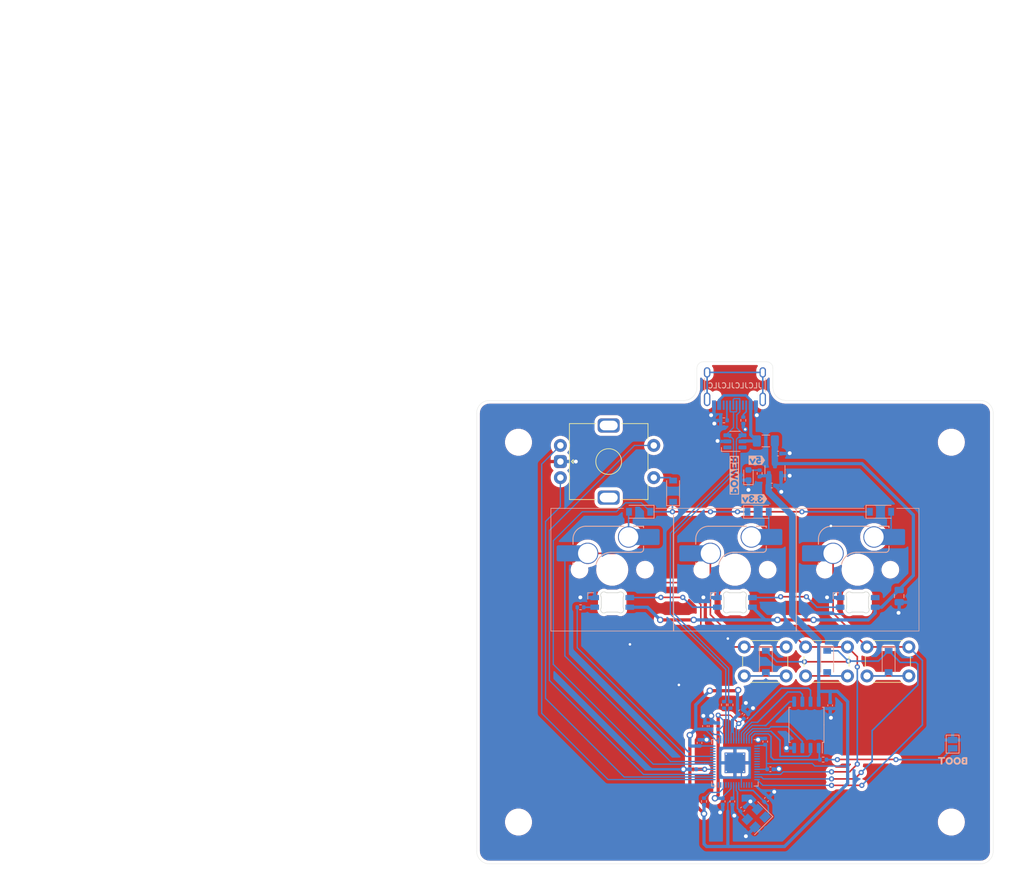
<source format=kicad_pcb>
(kicad_pcb (version 20211014) (generator pcbnew)
  (layers (0 "F.Cu" signal "Front") (31 "B.Cu" signal "Back") (34 "B.Paste" user) (35 "F.Paste" user) (36 "B.SilkS" user "B.Silkscreen") (37 "F.SilkS" user "F.Silkscreen") (38 "B.Mask" user) (39 "F.Mask" user) (44 "Edge.Cuts" user))
  (net 0 "")
  (net 1 "GND")
  (net 2 "/MCU_XIN")
  (net 3 "/MCU_XOUT")
  (net 4 "+1V1")
  (net 5 "+3V3")
  (net 6 "+5V")
  (net 7 "/PWR_LED_A")
  (net 8 "/ROW0")
  (net 9 "Net-(D2-Pad2)")
  (net 10 "/ROW1")
  (net 11 "Net-(D6-Pad2)")
  (net 12 "Net-(D7-Pad2)")
  (net 13 "Net-(D9-Pad2)")
  (net 14 "Net-(D11-Pad2)")
  (net 15 "VBUS")
  (net 16 "/USB_CC1")
  (net 17 "/DBUS+")
  (net 18 "/DBUS-")
  (net 20 "/USB_CC2")
  (net 22 "unconnected-(J1-PadS1)")
  (net 23 "/~{BOOTSEL}")
  (net 24 "/~{RESET}")
  (net 25 "/D_+")
  (net 26 "/D_-")
  (net 27 "/QSPI_CS")
  (net 28 "/COL0")
  (net 29 "/COL1")
  (net 30 "/COL2")
  (net 31 "/ROTA")
  (net 32 "/ROTB")
  (net 33 "/COL3")
  (net 48 "/QSPI_SD3")
  (net 49 "/QSPI_SCLK")
  (net 50 "/QSPI_SD0")
  (net 51 "/QSPI_SD2")
  (net 52 "/QSPI_SD1")
  (net 53 "/1_TO_2")
  (net 54 "/R_TO_1")
  (net 55 "/2_TO_3")
  (net 57 "/RGB_UNDERGLOW")
  (net 58 "Net-(D3-Pad2)")
  (net 59 "Net-(D10-Pad2)")
  (footprint "MountingHole:MountingHole_3.2mm_M3" (layer "F.Cu") (at 80.5 68.4)
    (fp_text reference "REF**" hide)
    (fp_text value "MountingHole_3.2mm_M3")
  )
  (footprint "marbastlib-various:ROT_Alps_EC11E-Switch" (layer "F.Cu") (at 94.5 71.4 -90)
    (fp_text reference "SW7" hide)
    (fp_text value "EC11E15244G1")
  )
  (footprint "Button_Switch_THT:SW_PUSH_6mm_H8mm" (layer "F.Cu") (at 134.6 100.2)
    (fp_text reference "SW6" hide)
    (fp_text value "TAC3")
  )
  (footprint "MountingHole:MountingHole_3.2mm_M3" (layer "F.Cu") (at 147.7 68.4)
    (fp_text reference "REF**" hide)
    (fp_text value "MountingHole_3.2mm_M3")
  )
  (footprint "MountingHole:MountingHole_3.2mm_M3" (layer "F.Cu") (at 80.5 127.4 90)
    (fp_text reference "REF**" hide)
    (fp_text value "MountingHole_3.2mm_M3")
  )
  (footprint "MountingHole:MountingHole_3.2mm_M3" (layer "F.Cu") (at 147.7 127.4)
    (fp_text reference "REF**" hide)
    (fp_text value "MountingHole_3.2mm_M3")
  )
  (footprint "Button_Switch_THT:SW_PUSH_6mm_H8mm" (layer "F.Cu") (at 115.55 100.2)
    (fp_text reference "SW2" hide)
    (fp_text value "TAC1")
  )
  (footprint "Button_Switch_THT:SW_PUSH_6mm_H8mm" (layer "F.Cu") (at 125.075 100.2)
    (fp_text reference "SW4" hide)
    (fp_text value "TAC2")
  )
  (footprint "marbastlib-mx:LED_MX_6028R-FLIPPED" (layer "B.Cu") (at 114.1 93.28 180)
    (fp_text reference "LED2" hide)
    (fp_text value "SK6812MINI-E" hide)
    (fp_line (start -1.699999 0.702841) (end -1.699999 -0.702843) (layer "Edge.Cuts") (width 0.1))
    (fp_line (start -0.794452 -1.5) (end 0.794453 -1.5) (layer "Edge.Cuts") (width 0.1))
    (fp_line (start 0.794452 1.499999) (end -0.794452 1.499999) (layer "Edge.Cuts") (width 0.1))
    (fp_line (start 1.699999 -0.702843) (end 1.699999 0.702841) (layer "Edge.Cuts") (width 0.1))
    (fp_arc (start 0.794452 1.499999) (mid 0.925123 1.517376) (end 1.046711 1.568298) (layer "Edge.Cuts") (width 0.1))
    (fp_arc (start -1.749484 -0.919721) (mid -1.712527 -0.814069) (end -1.699999 -0.702843) (layer "Edge.Cuts") (width 0.1))
    (fp_arc (start -1.04671 1.568298) (mid -0.925122 1.517376) (end -0.794452 1.499999) (layer "Edge.Cuts") (width 0.1))
    (fp_arc (start 1.699999 -0.702844) (mid 1.712538 -0.814067) (end 1.749484 -0.919721) (layer "Edge.Cuts") (width 0.1))
    (fp_arc (start -1.699999 0.702842) (mid -1.712527 0.814067) (end -1.749484 0.919719) (layer "Edge.Cuts") (width 0.1))
    (fp_arc (start 1.749484 0.919718) (mid 1.638073 1.504037) (end 1.046711 1.568298) (layer "Edge.Cuts") (width 0.1))
    (fp_arc (start 1.749484 0.919719) (mid 1.712541 0.814065) (end 1.699999 0.702841) (layer "Edge.Cuts") (width 0.1))
    (fp_arc (start -0.794453 -1.500001) (mid -0.925123 -1.517378) (end -1.046711 -1.5683) (layer "Edge.Cuts") (width 0.1))
    (fp_arc (start 1.046711 -1.568299) (mid 1.638071 -1.504036) (end 1.749484 -0.919721) (layer "Edge.Cuts") (width 0.1))
    (fp_arc (start 1.046711 -1.568299) (mid 0.925123 -1.517377) (end 0.794453 -1.5) (layer "Edge.Cuts") (width 0.1))
    (fp_arc (start -1.749484 -0.919721) (mid -1.638071 -1.504036) (end -1.046711 -1.5683) (layer "Edge.Cuts") (width 0.1))
    (fp_arc (start -1.046711 1.568296) (mid -1.63807 1.504033) (end -1.749484 0.919719) (layer "Edge.Cuts") (width 0.1))
  )
  (footprint "kibuzzard-638A2CDC" (layer "B.Cu") (at 147.9 117.9 180)
    (fp_text reference "kibuzzard-638A2CDC" hide)
    (fp_text value "G***" hide)
  )
  (footprint "Package_TO_SOT_SMD:SOT-23" (layer "B.Cu") (at 120.3125 72.6625 90)
    (fp_text reference "U2" hide)
    (fp_text value "XC6206")
  )
  (footprint "Diode_SMD:D_SOD-123" (layer "B.Cu") (at 136.7 79.2)
    (fp_text reference "D9" hide)
    (fp_text value "D_Small")
  )
  (footprint "Capacitor_SMD:C_0402_1005Metric" (layer "B.Cu") (at 113.706 124.2 -90)
    (fp_text reference "C15" hide)
    (fp_text value "100n")
  )
  (footprint "Resistor_SMD:R_0402_1005Metric" (layer "B.Cu") (at 90.125 94.0375)
    (fp_text reference "R8" hide)
    (fp_text value "1k")
  )
  (footprint "kibuzzard-638A2C3F" (layer "B.Cu") (at 117.1 77.2 180)
    (fp_text reference "kibuzzard-638A2C3F" hide)
    (fp_text value "G***" hide)
  )
  (footprint "Connector_USB:USB_C_Receptacle_HRO_TYPE-C-31-M-12" (layer "B.Cu") (at 114.1 58.6)
    (fp_text reference "J1" hide)
    (fp_text value "USB C")
  )
  (footprint "marbastlib-mx:LED_MX_6028R-FLIPPED" (layer "B.Cu") (at 133.15 93.28 180)
    (fp_text reference "LED3" hide)
    (fp_text value "SK6812MINI-E" hide)
    (fp_line (start -1.699999 0.702841) (end -1.699999 -0.702843) (layer "Edge.Cuts") (width 0.1))
    (fp_line (start -0.794452 -1.5) (end 0.794453 -1.5) (layer "Edge.Cuts") (width 0.1))
    (fp_line (start 0.794452 1.499999) (end -0.794452 1.499999) (layer "Edge.Cuts") (width 0.1))
    (fp_line (start 1.699999 -0.702843) (end 1.699999 0.702841) (layer "Edge.Cuts") (width 0.1))
    (fp_arc (start 1.749484 0.919718) (mid 1.638073 1.504037) (end 1.046711 1.568298) (layer "Edge.Cuts") (width 0.1))
    (fp_arc (start 1.699999 -0.702844) (mid 1.712538 -0.814067) (end 1.749484 -0.919721) (layer "Edge.Cuts") (width 0.1))
    (fp_arc (start 1.749484 0.919719) (mid 1.712541 0.814065) (end 1.699999 0.702841) (layer "Edge.Cuts") (width 0.1))
    (fp_arc (start -0.794453 -1.500001) (mid -0.925123 -1.517378) (end -1.046711 -1.5683) (layer "Edge.Cuts") (width 0.1))
    (fp_arc (start -1.04671 1.568298) (mid -0.925122 1.517376) (end -0.794452 1.499999) (layer "Edge.Cuts") (width 0.1))
    (fp_arc (start -1.749484 -0.919721) (mid -1.638071 -1.504036) (end -1.046711 -1.5683) (layer "Edge.Cuts") (width 0.1))
    (fp_arc (start -1.699999 0.702842) (mid -1.712527 0.814067) (end -1.749484 0.919719) (layer "Edge.Cuts") (width 0.1))
    (fp_arc (start -1.749484 -0.919721) (mid -1.712527 -0.814069) (end -1.699999 -0.702843) (layer "Edge.Cuts") (width 0.1))
    (fp_arc (start 0.794452 1.499999) (mid 0.925123 1.517376) (end 1.046711 1.568298) (layer "Edge.Cuts") (width 0.1))
    (fp_arc (start 1.046711 -1.568299) (mid 1.638071 -1.504036) (end 1.749484 -0.919721) (layer "Edge.Cuts") (width 0.1))
    (fp_arc (start -1.046711 1.568296) (mid -1.63807 1.504033) (end -1.749484 0.919719) (layer "Edge.Cuts") (width 0.1))
    (fp_arc (start 1.046711 -1.568299) (mid 0.925123 -1.517377) (end 0.794453 -1.5) (layer "Edge.Cuts") (width 0.1))
  )
  (footprint "Capacitor_SMD:C_0402_1005Metric" (layer "B.Cu") (at 128.883 109.28 -90)
    (fp_text reference "C16" hide)
    (fp_text value "100n")
  )
  (footprint "Capacitor_SMD:C_0402_1005Metric" (layer "B.Cu") (at 119 123.9 -135)
    (fp_text reference "C1" hide)
    (fp_text value "8p")
  )
  (footprint "marbastlib-various:SOT-23-6-routable" (layer "B.Cu") (at 114.1 68.2625)
    (fp_text reference "U3" hide)
    (fp_text value "SRV05-4")
  )
  (footprint "Capacitor_SMD:C_0402_1005Metric" (layer "B.Cu") (at 111.5 112.5 90)
    (fp_text reference "C3" hide)
    (fp_text value "1u")
  )
  (footprint "Resistor_SMD:R_0402_1005Metric" (layer "B.Cu") (at 112.39 65 180)
    (fp_text reference "R4" hide)
    (fp_text value "5k1")
  )
  (footprint "Resistor_SMD:R_0402_1005Metric" (layer "B.Cu") (at 109.3 124.2 90)
    (fp_text reference "R1" hide)
    (fp_text value "1k")
  )
  (footprint "Diode_SMD:D_SOD-123" (layer "B.Cu") (at 99.3 79.2 180)
    (fp_text reference "D2" hide)
    (fp_text value "D_Small")
  )
  (footprint "Capacitor_SMD:C_0805_2012Metric" (layer "B.Cu") (at 139.6 92.3 -90)
    (fp_text reference "C17" hide)
    (fp_text value "4u7")
  )
  (footprint "marbastlib-mx:LED_MX_6028R-FLIPPED" (layer "B.Cu") (at 95.05 93.28 180)
    (fp_text reference "LED1" hide)
    (fp_text value "SK6812MINI-E" hide)
    (fp_line (start 1.699999 -0.702843) (end 1.699999 0.702841) (layer "Edge.Cuts") (width 0.1))
    (fp_line (start 0.794452 1.499999) (end -0.794452 1.499999) (layer "Edge.Cuts") (width 0.1))
    (fp_line (start -0.794452 -1.5) (end 0.794453 -1.5) (layer "Edge.Cuts") (width 0.1))
    (fp_line (start -1.699999 0.702841) (end -1.699999 -0.702843) (layer "Edge.Cuts") (width 0.1))
    (fp_arc (start -1.749484 -0.919721) (mid -1.638071 -1.504036) (end -1.046711 -1.5683) (layer "Edge.Cuts") (width 0.1))
    (fp_arc (start 1.046711 -1.568299) (mid 1.638071 -1.504036) (end 1.749484 -0.919721) (layer "Edge.Cuts") (width 0.1))
    (fp_arc (start 1.046711 -1.568299) (mid 0.925123 -1.517377) (end 0.794453 -1.5) (layer "Edge.Cuts") (width 0.1))
    (fp_arc (start -1.046711 1.568296) (mid -1.63807 1.504033) (end -1.749484 0.919719) (layer "Edge.Cuts") (width 0.1))
    (fp_arc (start -1.04671 1.568298) (mid -0.925122 1.517376) (end -0.794452 1.499999) (layer "Edge.Cuts") (width 0.1))
    (fp_arc (start 1.749484 0.919719) (mid 1.712541 0.814065) (end 1.699999 0.702841) (layer "Edge.Cuts") (width 0.1))
    (fp_arc (start -1.749484 -0.919721) (mid -1.712527 -0.814069) (end -1.699999 -0.702843) (layer "Edge.Cuts") (width 0.1))
    (fp_arc (start 1.749484 0.919718) (mid 1.638073 1.504037) (end 1.046711 1.568298) (layer "Edge.Cuts") (width 0.1))
    (fp_arc (start 0.794452 1.499999) (mid 0.925123 1.517376) (end 1.046711 1.568298) (layer "Edge.Cuts") (width 0.1))
    (fp_arc (start -0.794453 -1.500001) (mid -0.925123 -1.517378) (end -1.046711 -1.5683) (layer "Edge.Cuts") (width 0.1))
    (fp_arc (start 1.699999 -0.702844) (mid 1.712538 -0.814067) (end 1.749484 -0.919721) (layer "Edge.Cuts") (width 0.1))
    (fp_arc (start -1.699999 0.702842) (mid -1.712527 0.814067) (end -1.749484 0.919719) (layer "Edge.Cuts") (width 0.1))
  )
  (footprint "Diode_SMD:D_SOD-123" (layer "B.Cu") (at 128.425 102.45 -90)
    (fp_text reference "D7" hide)
    (fp_text value "D_Small")
  )
  (footprint "Capacitor_SMD:C_0402_1005Metric" (layer "B.Cu") (at 108.6 115.1 90)
    (fp_text reference "C12" hide)
    (fp_text value "100n")
  )
  (footprint "Crystal:Crystal_SMD_3225-4Pin_3.2x2.5mm" (layer "B.Cu") (at 117.4 126.8 -135)
    (fp_text reference "Y1" hide)
    (fp_text value "12MHz")
  )
  (footprint "Diode_SMD:D_SOD-123" (layer "B.Cu") (at 104.5 76 90)
    (fp_text reference "D11" hide)
    (fp_text value "D_Small")
  )
  (footprint "Resistor_SMD:R_0402_1005Metric" (layer "B.Cu") (at 112.4 109.2 -90)
    (fp_text reference "R3" hide)
    (fp_text value "27R")
  )
  (footprint "Capacitor_SMD:C_0402_1005Metric" (layer "B.Cu") (at 118.8 114.9 90)
    (fp_text reference "C8" hide)
    (fp_text value "100n")
  )
  (footprint "Diode_SMD:D_SOD-123" (layer "B.Cu") (at 137.9625 102.45 -90)
    (fp_text reference "D3" hide)
    (fp_text value "D_Small")
  )
  (footprint "marbastlib-mx:SW_MX_HS_1u" (layer "B.Cu") (at 114.1 88.2 180)
    (fp_text reference "SW3" hide)
    (fp_text value "X" hide)
  )
  (footprint "Package_SO:SOIC-8_5.23x5.23mm_P1.27mm" (layer "B.Cu") (at 125.2 112.3 90)
    (fp_text reference "U4" hide)
    (fp_text value "W25Q128JVS")
  )
  (footprint "marbastlib-mx:SW_MX_HS_1u" (layer "B.Cu") (at 95.05 88.2 180)
    (fp_text reference "SW1" hide)
    (fp_text value "Z" hide)
  )
  (footprint "Capacitor_SMD:C_0402_1005Metric" (layer "B.Cu") (at 115.8 111 45)
    (fp_text reference "C4" hide)
    (fp_text value "100n")
  )
  (footprint "Diode_SMD:D_SOD-123" (layer "B.Cu") (at 117.7 79.2)
    (fp_text reference "D6" hide)
    (fp_text value "D_Small")
  )
  (footprint "Resistor_SMD:R_0402_1005Metric" (layer "B.Cu") (at 115.4 65 -90)
    (fp_text reference "R5" hide)
    (fp_text value "5k1")
  )
  (footprint "Capacitor_SMD:C_0402_1005Metric" (layer "B.Cu") (at 115 110.3 45)
    (fp_text reference "C9" hide)
    (fp_text value "100n")
  )
  (footprint "Capacitor_SMD:C_0402_1005Metric" (layer "B.Cu") (at 115.3 125.4 -135)
    (fp_text reference "C2" hide)
    (fp_text value "8p")
  )
  (footprint "Capacitor_SMD:C_0402_1005Metric" (layer "B.Cu") (at 119.8325 75.125)
    (fp_text reference "C14" hide)
    (fp_text value "1uF")
  )
  (footprint "Capacitor_SMD:C_0402_1005Metric" (layer "B.Cu") (at 107.6 119.2 180)
    (fp_text reference "C13" hide)
    (fp_text value "100n")
  )
  (footprint "Resistor_SMD:R_0402_1005Metric" (layer "B.Cu") (at 117.93125 73.24625 90)
    (fp_text reference "R7" hide)
    (fp_text value "1k")
  )
  (footprint "marbastlib-mx:SW_MX_HS_1u" (layer "B.Cu") (at 133.15 88.2 180)
    (fp_text reference "SW5" hide)
    (fp_text value "C" hide)
  )
  (footprint "Capacitor_SMD:C_0402_1005Metric" (layer "B.Cu") (at 112.2 124.2 -90)
    (fp_text reference "C5" hide)
    (fp_text value "100n")
  )
  (footprint "Diode_SMD:D_SOD-123" (layer "B.Cu") (at 118.9 102.45 -90)
    (fp_text reference "D10" hide)
    (fp_text value "D_Small")
  )
  (footprint "LED_SMD:LED_0603_1608Metric" (layer "B.Cu") (at 116.2 73.5 90)
    (fp_text reference "D1" hide)
    (fp_text value "LED_Small")
  )
  (footprint "Resistor_SMD:R_0402_1005Metric" (layer "B.Cu") (at 127.8 117.7 180)
    (fp_text reference "R6" hide)
    (fp_text value "1k")
  )
  (footprint "kibuzzard-638A2C0C" (layer "B.Cu") (at 117.5 71.2 180)
    (fp_text reference "kibuzzard-638A2C0C" hide)
    (fp_text value "G***" hide)
  )
  (footprint "Resistor_SMD:R_0402_1005Metric" (layer "B.Cu") (at 113.4 109.2 -90)
    (fp_text reference "R2" hide)
    (fp_text value "27R")
  )
  (footprint "Jumper:SolderJumper-2_P1.3mm_Open_Pad1.0x1.5mm" (layer "B.Cu") (at 147.9 115.3 -90)
    (fp_text reference "JP1" hide)
    (fp_text value "BOOTSEL")
  )
  (footprint "Capacitor_SMD:C_0402_1005Metric" (layer "B.Cu") (at 109.445 112.5 90)
    (fp_text reference "C10" hide)
    (fp_text value "100n")
  )
  (footprint "Capacitor_SMD:C_0402_1005Metric" (layer "B.Cu") (at 119.6 119.2)
    (fp_text reference "C7" hide)
    (fp_text value "100n")
  )
  (footprint "Capacitor_SMD:C_0402_1005Metric" (layer "B.Cu") (at 110.445 112.5 90)
    (fp_text reference "C6" hide)
    (fp_text value "1u")
  )
  (footprint "Package_DFN_QFN:QFN-56-1EP_7x7mm_P0.4mm_EP3.2x3.2mm_ThermalVias" (layer "B.Cu") (at 114.1 118.2 180)
    (fp_text reference "U1" hide)
    (fp_text value "RP2040")
  )
  (footprint "Fuse:Fuse_1206_3216Metric" (layer "B.Cu") (at 118.9 68.2)
    (fp_text reference "F1" hide)
    (fp_text value "500mA")
  )
  (footprint "Capacitor_SMD:C_0402_1005Metric" (layer "B.Cu") (at 120.7925 70.1625)
    (fp_text reference "C11" hide)
    (fp_text value "1uF")
  )
  (footprint "kibuzzard-638A2DF9" (layer "B.Cu") (at 114 73.52 90)
    (fp_text reference "kibuzzard-638A2DF9" hide)
    (fp_text value "G***" hide)
  )
  (gr_line (start 123.625 78.675) (end 123.625 97.725) (layer "B.SilkS") (width 0.1524))
  (gr_line (start 142.675 78.675) (end 139.2 78.675) (layer "B.SilkS") (width 0.1))
  (gr_line (start 134.2 78.675) (end 120.2 78.675) (layer "B.SilkS") (width 0.1))
  (gr_line (start 96.8 78.675) (end 85.525 78.675) (layer "B.SilkS") (width 0.1))
  (gr_line (start 115.2 78.675) (end 101.8 78.675) (layer "B.SilkS") (width 0.1))
  (gr_line (start 104.575 97.725) (end 104.575 79.725) (layer "B.SilkS") (width 0.1524))
  (gr_line (start 142.675 97.725) (end 142.675 78.675) (layer "B.SilkS") (width 0.1))
  (gr_line (start 85.525 97.725) (end 142.675 97.725) (layer "B.SilkS") (width 0.1))
  (gr_line (start 85.525 78.675) (end 85.525 97.725) (layer "B.SilkS") (width 0.1))
  (gr_line (start 76 61.9) (end 106.2 61.9) (layer "Edge.Cuts") (width 0.0381))
  (gr_line (start 120 59.9) (end 120 56.9) (layer "Edge.Cuts") (width 0.0381))
  (gr_arc (start 74 63.9) (mid 74.585786 62.485786) (end 76 61.9) (layer "Edge.Cuts") (width 0.0381))
  (gr_line (start 111.86 55.9) (end 109.2 55.9) (layer "Edge.Cuts") (width 0.0381))
  (gr_arc (start 108.2 59.9) (mid 107.614214 61.314214) (end 106.2 61.9) (layer "Edge.Cuts") (width 0.0381))
  (gr_arc (start 122 61.9) (mid 120.585786 61.314214) (end 120 59.9) (layer "Edge.Cuts") (width 0.0381))
  (gr_line (start 76 133.9) (end 152.2 133.9) (layer "Edge.Cuts") (width 0.0381))
  (gr_arc (start 119 55.9) (mid 119.707107 56.192893) (end 120 56.9) (layer "Edge.Cuts") (width 0.0381))
  (gr_line (start 154.2 131.9) (end 154.2 63.9) (layer "Edge.Cuts") (width 0.0381))
  (gr_arc (start 154.2 131.9) (mid 153.614214 133.314214) (end 152.2 133.9) (layer "Edge.Cuts") (width 0.0381))
  (gr_line (start 108.2 59.9) (end 108.2 56.9) (layer "Edge.Cuts") (width 0.0381))
  (gr_arc (start 108.2 56.9) (mid 108.492893 56.192893) (end 109.2 55.9) (layer "Edge.Cuts") (width 0.0381))
  (gr_line (start 74 63.9) (end 74 131.9) (layer "Edge.Cuts") (width 0.0381))
  (gr_line (start 152.2 61.9) (end 122 61.9) (layer "Edge.Cuts") (width 0.0381))
  (gr_arc (start 152.2 61.9) (mid 153.614214 62.485786) (end 154.2 63.9) (layer "Edge.Cuts") (width 0.0381))
  (gr_line (start 111.86 55.9) (end 119 55.9) (layer "Edge.Cuts") (width 0.0381))
  (gr_arc (start 76 133.9) (mid 74.585786 133.314214) (end 74 131.9) (layer "Edge.Cuts") (width 0.0381))
  (gr_text "JLCJLCJLCJLC" (at 114.1 59.6) (layer "B.SilkS") (effects (font (size 0.8128 0.8128) (thickness 0.1524)) (justify mirror)))
  (segment (start 112.7 98.9) (end 113 98.9) (width 0.5) (layer "F.Cu") (net 1))
  (segment (start 109.2 92.5) (end 109.5 92.8) (width 0.5) (layer "F.Cu") (net 1))
  (segment (start 109.5 95.7) (end 112.7 98.9) (width 0.5) (layer "F.Cu") (net 1))
  (segment (start 109.5 92.8) (end 109.5 95.7) (width 0.5) (layer "F.Cu") (net 1))
  (via (at 106.1 119.2) (size 1) (drill 0.6) (layers "F.Cu" "B.Cu") (net 1))
  (via (at 116.5 124.2) (size 1) (drill 0.6) (layers "F.Cu" "B.Cu") (net 1))
  (via (at 111.4 68.2) (size 1) (drill 0.6) (layers "F.Cu" "B.Cu") (net 1))
  (via (at 116.9 109.7) (size 1) (drill 0.6) (layers "F.Cu" "B.Cu") (net 1))
  (via (at 97.8 99.8) (size 0.8) (drill 0.4) (layers "F.Cu" "B.Cu") (net 1))
  (via (at 110.4 64.2) (size 1) (drill 0.6) (layers "F.Cu" "B.Cu") (net 1))
  (via (at 114 126.4) (size 1) (drill 0.6) (layers "F.Cu" "B.Cu") (net 1))
  (via (at 111.8 125.9) (size 1) (drill 0.6) (layers "F.Cu" "B.Cu") (net 1))
  (via (at 120.934668 119.134668) (size 1) (drill 0.6) (layers "F.Cu" "B.Cu") (net 1))
  (via (at 115.8 129.6) (size 1) (drill 0.6) (layers "F.Cu" "B.Cu") (net 1))
  (via (at 121.3 76.1) (size 1) (drill 0.6) (layers "F.Cu" "B.Cu") (net 1))
  (via (at 115.7 66.4) (size 0.8) (drill 0.4) (layers "F.Cu" "B.Cu") (net 1))
  (via (at 122.1 115.9) (size 1) (drill 0.6) (layers "F.Cu" "B.Cu") (net 1))
  (via (at 139.5 94.9) (size 1) (drill 0.6) (layers "F.Cu" "B.Cu") (net 1))
  (via (at 113 98.9) (size 0.8) (drill 0.4) (layers "F.Cu" "B.Cu") (net 1))
  (via (at 109.7 114.6) (size 1) (drill 0.6) (layers "F.Cu" "B.Cu") (net 1))
  (via (at 110.9 65.5) (size 1) (drill 0.6) (layers "F.Cu" "B.Cu") (net 1))
  (via (at 90.1 92.5) (size 1) (drill 0.6) (layers "F.Cu" "B.Cu") (net 1))
  (via (at 89.4 71.4) (size 1) (drill 0.6) (layers "F.Cu" "B.Cu") (net 1))
  (via (at 129 81.4) (size 0.8) (drill 0.4) (layers "F.Cu" "B.Cu") (net 1))
  (via (at 115.8 108.9) (size 1) (drill 0.6) (layers "F.Cu" "B.Cu") (net 1))
  (via (at 128.4 92.5) (size 1) (drill 0.6) (layers "F.Cu" "B.Cu") (net 1))
  (via (at 109.2 110.9) (size 1) (drill 0.6) (layers "F.Cu" "B.Cu") (net 1))
  (via (at 122.6 70.1) (size 1) (drill 0.6) (layers "F.Cu" "B.Cu") (net 1))
  (via (at 117.7 114.6) (size 1) (drill 0.6) (layers "F.Cu" "B.Cu") (net 1))
  (via (at 109.2 92.5) (size 1) (drill 0.6) (layers "F.Cu" "B.Cu") (net 1))
  (via (at 129 111.2) (size 1) (drill 0.6) (layers "F.Cu" "B.Cu") (net 1))
  (via (at 110.4 110.9) (size 1) (drill 0.6) (layers "F.Cu" "B.Cu") (net 1))
  (via (at 116.2 75.8) (size 1) (drill 0.6) (layers "F.Cu" "B.Cu") (net 1))
  (via (at 117.4995 64.2) (size 1) (drill 0.6) (layers "F.Cu" "B.Cu") (net 1))
  (via (at 105.4 106.1) (size 0.8) (drill 0.4) (layers "F.Cu" "B.Cu") (net 1))
  (via (at 122.6 73.6) (size 1) (drill 0.6) (layers "F.Cu" "B.Cu") (net 1))
  (via (at 120.2 122.7) (size 1) (drill 0.6) (layers "F.Cu" "B.Cu") (net 1))
  (segment (start 130.425 92.53) (end 128.43 92.53) (width 0.5) (layer "B.Cu") (net 1))
  (segment (start 109.445 111.145) (end 109.2 110.9) (width 0.5) (layer "B.Cu") (net 1))
  (segment (start 110.445 110.945) (end 110.4 110.9) (width 0.5) (layer "B.Cu") (net 1))
  (segment (start 122.5375 70.1625) (end 122.6 70.1) (width 0.5) (layer "B.Cu") (net 1))
  (segment (start 109.445 112.02) (end 109.445 111.145) (width 0.5) (layer "B.Cu") (net 1))
  (segment (start 128.43 92.53) (end 128.4 92.5) (width 0.5) (layer "B.Cu") (net 1))
  (segment (start 117.35 64.0505) (end 117.4995 64.2) (width 0.5) (layer "B.Cu") (net 1))
  (segment (start 112.925 68.2625) (end 111.4625 68.2625) (width 0.5) (layer "B.Cu") (net 1))
  (segment (start 110.85 62.645) (end 110.85 63.75) (width 0.5) (layer "B.Cu") (net 1))
  (segment (start 117.576777 125.276777) (end 116.5 124.2) (width 0.5) (layer "B.Cu") (net 1))
  (segment (start 110.445 112.02) (end 110.445 111.455) (width 0.5) (layer "B.Cu") (net 1))
  (segment (start 120.325 75.125) (end 121.3 76.1) (width 0.5) (layer "B.Cu") (net 1))
  (segment (start 113.706 124.68) (end 113.706 126.106) (width 0.5) (layer "B.Cu") (net 1))
  (segment (start 87 71.4) (end 89.4 71.4) (width 0.5) (layer "B.Cu") (net 1))
  (segment (start 115.4 66.1) (end 115.7 66.4) (width 0.5) (layer "B.Cu") (net 1))
  (segment (start 120.08 119.2) (end 120.869336 119.2) (width 0.5) (layer "B.Cu") (net 1))
  (segment (start 128.883 111.083) (end 129 111.2) (width 0.5) (layer "B.Cu") (net 1))
  (segment (start 139.6 94.8) (end 139.5 94.9) (width 0.5) (layer "B.Cu") (net 1))
  (segment (start 118.8 114.42) (end 117.88 114.42) (width 0.5) (layer "B.Cu") (net 1))
  (segment (start 115.4 65.51) (end 115.4 66.1) (width 0.5) (layer "B.Cu") (net 1))
  (segment (start 121.2725 70.1625) (end 122.5375 70.1625) (width 0.5) (layer "B.Cu") (net 1))
  (segment (start 117.35 62.645) (end 117.35 64.0505) (width 0.5) (layer "B.Cu") (net 1))
  (segment (start 110.85 63.75) (end 110.4 64.2) (width 0.5) (layer "B.Cu") (net 1))
  (segment (start 92.325 92.53) (end 90.13 92.53) (width 0.5) (layer "B.Cu") (net 1))
  (segment (start 128.883 109.76) (end 128.883 111.083) (width 0.5) (layer "B.Cu") (net 1))
  (segment (start 116.139411 110.460589) (end 116.9 109.7) (width 0.5) (layer "B.Cu") (net 1))
  (segment (start 115.1 121.6375) (end 115.1 119.2) (width 0.2) (layer "B.Cu") (net 1))
  (segment (start 115.339411 109.360589) (end 115.8 108.9) (width 0.5) (layer "B.Cu") (net 1))
  (segment (start 117.221142 128.178858) (end 115.8 129.6) (width 0.5) (layer "B.Cu") (net 1))
  (segment (start 116.2 74.2875) (end 116.2 75.8) (width 0.5) (layer "B.Cu") (net 1))
  (segment (start 111.01 112.02) (end 110.445 111.455) (width 0.5) (layer "B.Cu") (net 1))
  (segment (start 111.88 65) (end 111.4 65) (width 0.5) (layer "B.Cu") (net 1))
  (segment (start 112.2 125.5) (end 111.8 125.9) (width 0.5) (layer "B.Cu") (net 1))
  (segment (start 113.706 126.106) (end 114 126.4) (width 0.5) (layer "B.Cu") (net 1))
  (segment (start 139.6 93.25) (end 139.6 94.8) (width 0.5) (layer "B.Cu") (net 1))
  (segment (start 111.4 65) (end 110.9 65.5) (width 0.5) (layer "B.Cu") (net 1))
  (segment (start 112.2 124.68) (end 112.2 125.5) (width 0.5) (layer "B.Cu") (net 1))
  (segment (start 120.869336 119.2) (end 120.934668 119.134668) (width 0.5) (layer "B.Cu") (net 1))
  (segment (start 121.2625 73.6) (end 122.6 73.6) (width 0.5) (layer "B.Cu") (net 1))
  (segment (start 111.5 112.02) (end 111.01 112.02) (width 0.5) (layer "B.Cu") (net 1))
  (segment (start 119.339411 123.560589) (end 120.2 122.7) (width 0.5) (layer "B.Cu") (net 1))
  (segment (start 109.23 92.53) (end 109.2 92.5) (width 0.5) (layer "B.Cu") (net 1))
  (segment (start 117.88 114.42) (end 117.7 114.6) (width 0.5) (layer "B.Cu") (net 1))
  (segment (start 109.68 114.62) (end 109.7 114.6) (width 0.5) (layer "B.Cu") (net 1))
  (segment (start 123.295 115.9) (end 122.1 115.9) (width 0.5) (layer "B.Cu") (net 1))
  (segment (start 111.4625 68.2625) (end 111.4 68.2) (width 0.5) (layer "B.Cu") (net 1))
  (segment (start 115.339411 109.960589) (end 115.339411 109.360589) (width 0.5) (layer "B.Cu") (net 1))
  (segment (start 115.639411 125.060589) (end 116.5 124.2) (width 0.5) (layer "B.Cu") (net 1))
  (segment (start 90.13 92.53) (end 90.1 92.5) (width 0.5) (layer "B.Cu") (net 1))
  (segment (start 107.12 119.2) (end 106.1 119.2) (width 0.5) (layer "B.Cu") (net 1))
  (segment (start 108.6 114.62) (end 109.68 114.62) (width 0.5) (layer "B.Cu") (net 1))
  (segment (start 110.445 111.455) (end 110.445 110.945) (width 0.5) (layer "B.Cu") (net 1))
  (segment (start 116.139411 110.660589) (end 116.139411 110.460589) (width 0.5) (layer "B.Cu") (net 1))
  (segment (start 111.375 92.53) (end 109.23 92.53) (width 0.5) (layer "B.Cu") (net 1))
  (segment (start 119.273833 126.128248) (end 119.273833 124.852655) (width 0.25) (layer "B.Cu") (net 2))
  (segment (start 116.921178 122.5) (end 114.9 122.5) (width 0.25) (layer "B.Cu") (net 2))
  (segment (start 118.778858 126.623223) (end 119.273833 126.128248) (width 0.25) (layer "B.Cu") (net 2))
  (segment (start 118.660589 124.239411) (end 116.921178 122.5) (width 0.25) (layer "B.Cu") (net 2))
  (segment (start 119.273833 124.852655) (end 118.660589 124.239411) (width 0.25) (layer "B.Cu") (net 2))
  (segment (start 114.7 122.3) (end 114.9 122.5) (width 0.2) (layer "B.Cu") (net 2))
  (segment (start 114.7 121.6375) (end 114.7 122.3) (width 0.2) (layer "B.Cu") (net 2))
  (segment (start 114.3 122.5) (end 114.5 122.7) (width 0.2) (layer "B.Cu") (net 3))
  (segment (start 114.960589 125.916224) (end 116.021142 126.976777) (width 0.25) (layer "B.Cu") (net 3))
  (segment (start 114.960589 125.739411) (end 114.5 125.278822) (width 0.25) (layer "B.Cu") (net 3))
  (segment (start 114.5 125.278822) (end 114.5 123) (width 0.25) (layer "B.Cu") (net 3))
  (segment (start 114.5 122.7) (end 114.5 123) (width 0.2) (layer "B.Cu") (net 3))
  (segment (start 114.3 121.6375) (end 114.3 122.5) (width 0.2) (layer "B.Cu") (net 3))
  (segment (start 114.5 123) (end 114.5 122.8) (width 0.25) (layer "B.Cu") (net 3))
  (segment (start 111.5 123.2) (end 111 123.7) (width 0.5) (layer "F.Cu") (net 4))
  (segment (start 113.4 110.8) (end 111.5 110.8) (width 0.2) (layer "F.Cu") (net 4))
  (segment (start 111.5 110.8) (end 111.5 123.2) (width 0.5) (layer "F.Cu") (net 4))
  (segment (start 114.7 112.1) (end 113.4 110.8) (width 0.2) (layer "F.Cu") (net 4))
  (via (at 114.7 112.1) (size 0.8) (drill 0.4) (layers "F.Cu" "B.Cu") (net 4))
  (via (at 111.5 110.8) (size 0.8) (drill 0.4) (layers "F.Cu" "B.Cu") (net 4))
  (via (at 111 123.7) (size 1) (drill 0.6) (layers "F.Cu" "B.Cu") (net 4))
  (segment (start 112.2 123.5) (end 112.2 123.72) (width 0.2) (layer "B.Cu") (net 4))
  (segment (start 111.72 112.98) (end 111.5 112.98) (width 0.2) (layer "B.Cu") (net 4))
  (segment (start 115.460589 111.339411) (end 114.7 112.1) (width 0.2) (layer "B.Cu") (net 4))
  (segment (start 112.3 114.7625) (end 112.3 113.78) (width 0.2) (layer "B.Cu") (net 4))
  (segment (start 111 123.7) (end 111.96 123.7) (width 0.5) (layer "B.Cu") (net 4))
  (segment (start 111.98 123.72) (end 112.2 123.72) (width 0.5) (layer "B.Cu") (net 4))
  (segment (start 111.5 110.8) (end 112.3 111.6) (width 0.2) (layer "B.Cu") (net 4))
  (segment (start 113.5 122.2) (end 112.2 123.5) (width 0.2) (layer "B.Cu") (net 4))
  (segment (start 114.3 114.7625) (end 114.3 112.5) (width 0.2) (layer "B.Cu") (net 4))
  (segment (start 112.3 113.78) (end 111.5 112.98) (width 0.2) (layer "B.Cu") (net 4))
  (segment (start 113.5 121.6375) (end 113.5 122.2) (width 0.2) (layer "B.Cu") (net 4))
  (segment (start 112.3 112.4) (end 111.72 112.98) (width 0.2) (layer "B.Cu") (net 4))
  (segment (start 114.3 112.5) (end 114.7 112.1) (width 0.2) (layer "B.Cu") (net 4))
  (segment (start 111.96 123.7) (end 111.98 123.72) (width 0.5) (layer "B.Cu") (net 4))
  (segment (start 112.3 111.6) (end 112.3 112.4) (width 0.2) (layer "B.Cu") (net 4))
  (segment (start 107.1 119.3) (end 107.2 119.2) (width 0.5) (layer "F.Cu") (net 5))
  (segment (start 109.3 126.1) (end 107.1 123.9) (width 0.5) (layer "F.Cu") (net 5))
  (segment (start 110.2 107) (end 114.5 107) (width 0.5) (layer "F.Cu") (net 5))
  (segment (start 114.5 107) (end 114.6 106.9) (width 0.5) (layer "F.Cu") (net 5))
  (segment (start 107.1 119.3) (end 107.1 113.9) (width 0.5) (layer "F.Cu") (net 5))
  (segment (start 107.2 119.2) (end 109.4 119.2) (width 0.5) (layer "F.Cu") (net 5))
  (segment (start 107.1 123.9) (end 107.1 119.3) (width 0.5) (layer "F.Cu") (net 5))
  (via (at 114.6 106.9) (size 1) (drill 0.6) (layers "F.Cu" "B.Cu") (net 5))
  (via (at 110.2 107) (size 1) (drill 0.6) (layers "F.Cu" "B.Cu") (net 5))
  (via (at 109.4 119.2) (size 0.8) (drill 0.4) (layers "F.Cu" "B.Cu") (net 5))
  (via (at 107.1 113.9) (size 1) (drill 0.6) (layers "F.Cu" "B.Cu") (net 5))
  (via (at 109.3 126.1) (size 1) (drill 0.6) (layers "F.Cu" "B.Cu") (net 5))
  (segment (start 111.9 114.1) (end 111.6 113.8) (width 0.2) (layer "B.Cu") (net 5))
  (segment (start 107.1 115.5) (end 107.2 115.6) (width 0.5) (layer "B.Cu") (net 5))
  (segment (start 119 118.3) (end 119 119.08) (width 0.2) (layer "B.Cu") (net 5))
  (segment (start 108.02 112.98) (end 107.1 113.9) (width 0.5) (layer "B.Cu") (net 5))
  (segment (start 127.105 107.105) (end 128.995 107.105) (width 0.5) (layer "B.Cu") (net 5))
  (segment (start 126.1 118.3) (end 126.5 118.7) (width 0.2) (layer "B.Cu") (net 5))
  (segment (start 117.5375 115.6) (end 117.6375 115.5) (width 0.2) (layer "B.Cu") (net 5))
  (segment (start 127.105 107.105) (end 127.105 108.7) (width 0.5) (layer "B.Cu") (net 5))
  (segment (start 118.0875 73.6) (end 117.93125 73.75625) (width 0.5) (layer "B.Cu") (net 5))
  (segment (start 110.6425 115.58) (end 110.6625 115.6) (width 0.2) (layer "B.Cu") (net 5))
  (segment (start 123 79.8) (end 119.3325 76.1325) (width 1) (layer "B.Cu") (net 5))
  (segment (start 127.105 99.305) (end 123 95.2) (width 1) (layer "B.Cu") (net 5))
  (segment (start 113.9 123.526) (end 113.9 121.6375) (width 0.2) (layer "B.Cu") (net 5))
  (segment (start 111.5 114.7625) (end 111.2275 114.7625) (width 0.2) (layer "B.Cu") (net 5))
  (segment (start 121.8 131.2) (end 131.6 121.4) (width 0.5) (layer "B.Cu") (net 5))
  (segment (start 127.105 99.305) (end 127.105 107.105) (width 0.5) (layer "B.Cu") (net 5))
  (segment (start 109.445 112.98) (end 108.02 112.98) (width 0.5) (layer "B.Cu") (net 5))
  (segment (start 113.5 114.7625) (end 113.5 113.5) (width 0.2) (layer "B.Cu") (net 5))
  (segment (start 108.02 112.98) (end 108.02 109.18) (width 0.5) (layer "B.Cu") (net 5))
  (segment (start 131.6 108.7) (end 131.6 118.7) (width 0.5) (layer "B.Cu") (net 5))
  (segment (start 114.6 110.578822) (end 114.5 110.478822) (width 0.5) (layer "B.Cu") (net 5))
  (segment (start 113.706 123.72) (end 113 124.426) (width 0.2) (layer "B.Cu") (net 5))
  (segment (start 117.6375 115.5) (end 118.68 115.5) (width 0.2) (layer "B.Cu") (net 5))
  (segment (start 113.7 111.6) (end 113.7 113.3) (width 0.5) (layer "B.Cu") (net 5))
  (segment (start 121.8 131.2) (end 113.1 131.2) (width 0.5) (layer "B.Cu") (net 5))
  (segment (start 131.6 118.7) (end 131.6 121.4) (width 0.5) (layer "B.Cu") (net 5))
  (segment (start 114.5 110.478822) (end 114.5 107) (width 0.5) (layer "B.Cu") (net 5))
  (segment (start 117.5375 119.2) (end 119.12 119.2) (width 0.2) (layer "B.Cu") (net 5))
  (segment (start 119.3625 73.6) (end 119.3625 75.115) (width 0.9) (layer "B.Cu") (net 5))
  (segment (start 108.02 109.18) (end 110.2 107) (width 0.5) (layer "B.Cu") (net 5))
  (segment (start 113.9 114.7625) (end 113.9 113.5) (width 0.2) (layer "B.Cu") (net 5))
  (segment (start 119.3625 73.6) (end 118.0875 73.6) (width 0.5) (layer "B.Cu") (net 5))
  (segment (start 109.4 119.2) (end 110.6625 119.2) (width 0.2) (layer "B.Cu") (net 5))
  (segment (start 111.2275 114.7625) (end 109.445 112.98) (width 0.2) (layer "B.Cu") (net 5))
  (segment (start 109.3 124.71) (end 109.3 126.1) (width 0.5) (layer "B.Cu") (net 5))
  (segment (start 108.08 119.2) (end 109.4 119.2) (width 0.2) (layer "B.Cu") (net 5))
  (segment (start 113.1 131.2) (end 113 131.1) (width 0.5) (layer "B.Cu") (net 5))
  (segment (start 130.005 107.105) (end 131.6 108.7) (width 0.5) (layer "B.Cu") (net 5))
  (segment (start 107.2 115.6) (end 108.58 115.6) (width 0.5) (layer "B.Cu") (net 5))
  (segment (start 119 118.3) (end 126.1 118.3) (width 0.2) (layer "B.Cu") (net 5))
  (segment (start 119.3325 76.1325) (end 119.3325 75.125) (width 1) (layer "B.Cu") (net 5))
  (segment (start 113 131.1) (end 113 125.7) (width 0.5) (layer "B.Cu") (net 5))
  (segment (start 107.1 113.9) (end 107.1 115.5) (width 0.5) (layer "B.Cu") (net 5))
  (segment (start 113.706 123.72) (end 113.9 123.526) (width 0.2) (layer "B.Cu") (net 5))
  (segment (start 111.9 114.7625) (end 111.9 114.1) (width 0.2) (layer "B.Cu") (net 5))
  (segment (start 114.660589 110.639411) (end 113.7 111.6) (width 0.5) (layer "B.Cu") (net 5))
  (segment (start 109.445 112.98) (end 110.445 112.98) (width 0.5) (layer "B.Cu") (net 5))
  (segment (start 111.6 113.8) (end 110.9 113.8) (width 0.2) (layer "B.Cu") (net 5))
  (segment (start 114.5 107) (end 114.6 106.9) (width 0.5) (layer "B.Cu") (net 5))
  (segment (start 113.9 113.5) (end 113.7 113.3) (width 0.2) (layer "B.Cu") (net 5))
  (segment (start 128.995 107.105) (end 130.005 107.105) (width 0.5) (layer "B.Cu") (net 5))
  (segment (start 109.7 131.2) (end 109.3 130.8) (width 0.5) (layer "B.Cu") (net 5))
  (segment (start 118.8 115.38) (end 119 115.58) (width 0.2) (layer "B.Cu") (net 5))
  (segment (start 108.6 115.58) (end 110.6425 115.58) (width 0.2) (layer "B.Cu") (net 5))
  (segment (start 110.445 113.345) (end 110.445 112.98) (width 0.2) (layer "B.Cu") (net 5))
  (segment (start 113.5 113.5) (end 113.7 113.3) (width 0.2) (layer "B.Cu") (net 5))
  (segment (start 113 124.426) (end 113 125.7) (width 0.2) (layer "B.Cu") (net 5))
  (segment (start 119 115.58) (end 119 118.3) (width 0.2) (layer "B.Cu") (net 5))
  (segment (start 110.9 113.8) (end 110.445 113.345) (width 0.2) (layer "B.Cu") (net 5))
  (segment (start 128.883 108.8) (end 128.883 107.217) (width 0.5) (layer "B.Cu") (net 5))
  (segment (start 126.5 118.7) (end 131.6 118.7) (width 0.2) (layer "B.Cu") (net 5))
  (segment (start 128.883 107.217) (end 128.995 107.105) (width 0.5) (layer "B.Cu") (net 5))
  (segment (start 109.3 130.8) (end 109.3 126.1) (width 0.5) (layer "B.Cu") (net 5))
  (segment (start 123 95.2) (end 123 79.8) (width 1) (layer "B.Cu") (net 5))
  (segment (start 113.1 131.2) (end 109.7 131.2) (width 0.5) (layer "B.Cu") (net 5))
  (segment (start 107.7 96) (end 102.5 96) (width 0.5) (layer "F.Cu") (net 6))
  (segment (start 126.3 96) (end 120.7 96) (width 0.5) (layer "F.Cu") (net 6))
  (via (at 126.3 96) (size 1) (drill 0.6) (layers "F.Cu" "B.Cu") (net 6))
  (via (at 107.7 96) (size 1) (drill 0.6) (layers "F.Cu" "B.Cu") (net 6))
  (via (at 102.5 96) (size 1) (drill 0.6) (layers "F.Cu" "B.Cu") (net 6))
  (via (at 120.7 96) (size 1) (drill 0.6) (layers "F.Cu" "B.Cu") (net 6))
  (segment (start 136.87 94.03) (end 135.875 94.03) (width 0.5) (layer "B.Cu") (net 6))
  (segment (start 100.53 94.03) (end 97.775 94.03) (width 0.5) (layer "B.Cu") (net 6))
  (segment (start 120.2925 69.644561) (end 120.2925 70.680439) (width 1) (layer "B.Cu") (net 6))
  (segment (start 120.3 68.2) (end 120.3 69.637061) (width 1) (layer "B.Cu") (net 6))
  (segment (start 135.875 94.03) (end 135.875 94.925) (width 0.5) (layer "B.Cu") (net 6))
  (segment (start 120.3 69.637061) (end 120.2925 69.644561) (width 1) (layer "B.Cu") (net 6))
  (segment (start 139.55 91.35) (end 136.87 94.03) (width 0.5) (layer "B.Cu") (net 6))
  (segment (start 102.5 96) (end 100.53 94.03) (width 0.5) (layer "B.Cu") (net 6))
  (segment (start 119.1 96) (end 107.7 96) (width 0.5) (layer "B.Cu") (net 6))
  (segment (start 134.8 96) (end 135.875 94.925) (width 0.5) (layer "B.Cu") (net 6))
  (segment (start 141.8 89.1) (end 139.6 91.3) (width 0.5) (layer "B.Cu") (net 6))
  (segment (start 141.8 79.7) (end 141.8 89.1) (width 0.5) (layer "B.Cu") (net 6))
  (segment (start 120.3125 71.725) (end 133.825 71.725) (width 0.5) (layer "B.Cu") (net 6))
  (segment (start 119.1 96) (end 118.795 96) (width 0.5) (layer "B.Cu") (net 6))
  (segment (start 120.3 70.687939) (end 120.3 71.7125) (width 1) (layer "B.Cu") (net 6))
  (segment (start 120.7 96) (end 119.1 96) (width 0.5) (layer "B.Cu") (net 6))
  (segment (start 133.825 71.725) (end 141.8 79.7) (width 0.5) (layer "B.Cu") (net 6))
  (segment (start 118.795 96) (end 116.825 94.03) (width 0.5) (layer "B.Cu") (net 6))
  (segment (start 120.2925 70.680439) (end 120.3 70.687939) (width 1) (layer "B.Cu") (net 6))
  (segment (start 134.8 96) (end 126.3 96) (width 0.5) (layer "B.Cu") (net 6))
  (segment (start 116.22375 72.73625) (end 116.2 72.7125) (width 0.25) (layer "B.Cu") (net 7))
  (segment (start 117.93125 72.73625) (end 116.22375 72.73625) (width 0.25) (layer "B.Cu") (net 7))
  (segment (start 124.5 79.2) (end 114.5 79.2) (width 0.25) (layer "F.Cu") (net 8))
  (segment (start 110.3 79.2) (end 104.4 79.2) (width 0.25) (layer "F.Cu") (net 8))
  (via (at 124.5 79.2) (size 0.8) (drill 0.4) (layers "F.Cu" "B.Cu") (net 8))
  (via (at 110.3 79.2) (size 0.8) (drill 0.4) (layers "F.Cu" "B.Cu") (net 8))
  (via (at 104.4 79.2) (size 0.8) (drill 0.4) (layers "F.Cu" "B.Cu") (net 8))
  (via (at 114.5 79.2) (size 0.8) (drill 0.4) (layers "F.Cu" "B.Cu") (net 8))
  (segment (start 135.05 79.2) (end 124.5 79.2) (width 0.25) (layer "B.Cu") (net 8))
  (segment (start 90.4 79.2) (end 95.7 79.2) (width 0.2) (layer "B.Cu") (net 8))
  (segment (start 114.5 79.2) (end 110.3 79.2) (width 0.25) (layer "B.Cu") (net 8))
  (segment (start 85.9 83.7) (end 90.4 79.2) (width 0.2) (layer "B.Cu") (net 8))
  (segment (start 110.6625 118.4) (end 101.4 118.4) (width 0.2) (layer "B.Cu") (net 8))
  (segment (start 85.9 102.9) (end 85.9 83.7) (width 0.2) (layer "B.Cu") (net 8))
  (segment (start 101.4 118.4) (end 85.9 102.9) (width 0.2) (layer "B.Cu") (net 8))
  (segment (start 95.7 79.2) (end 97.1 77.8) (width 0.2) (layer "B.Cu") (net 8))
  (segment (start 99.55 77.8) (end 100.95 79.2) (width 0.2) (layer "B.Cu") (net 8))
  (segment (start 104.4 79.2) (end 104.4 77.75) (width 0.25) (layer "B.Cu") (net 8))
  (segment (start 114.5 79.2) (end 116.05 79.2) (width 0.25) (layer "B.Cu") (net 8))
  (segment (start 100.95 79.2) (end 104.4 79.2) (width 0.25) (layer "B.Cu") (net 8))
  (segment (start 97.1 77.8) (end 99.55 77.8) (width 0.2) (layer "B.Cu") (net 8))
  (segment (start 97.59 83.12) (end 97.59 79.26) (width 0.25) (layer "B.Cu") (net 9))
  (segment (start 133.7 119.7) (end 132.7 120.7) (width 0.25) (layer "F.Cu") (net 10))
  (segment (start 132.7 120.7) (end 129.1 120.7) (width 0.25) (layer "F.Cu") (net 10))
  (segment (start 124.9 102.5) (end 131.6 102.5) (width 0.25) (layer "F.Cu") (net 10))
  (segment (start 131.6 102.5) (end 131.7 102.4) (width 0.25) (layer "F.Cu") (net 10))
  (via (at 129.1 120.7) (size 0.8) (drill 0.4) (layers "F.Cu" "B.Cu") (net 10))
  (via (at 131.7 102.4) (size 0.8) (drill 0.4) (layers "F.Cu" "B.Cu") (net 10))
  (via (at 133.7 119.7) (size 0.8) (drill 0.4) (layers "F.Cu" "B.Cu") (net 10))
  (via (at 124.9 102.5) (size 0.8) (drill 0.4) (layers "F.Cu" "B.Cu") (net 10))
  (segment (start 131.7 102.4) (end 136.3625 102.4) (width 0.25) (layer "B.Cu") (net 10))
  (segment (start 139.7625 102.6) (end 137.9625 100.8) (width 0.25) (layer "B.Cu") (net 10))
  (segment (start 142.5 102.9) (end 142.2 102.6) (width 0.25) (layer "B.Cu") (net 10))
  (segment (start 137.9625 100.8) (end 136.3625 102.4) (width 0.25) (layer "B.Cu") (net 10))
  (segment (start 135.4 118) (end 135.4 113.2) (width 0.25) (layer "B.Cu") (net 10))
  (segment (start 118.2 120.4) (end 118.5 120.7) (width 0.2) (layer "B.Cu") (net 10))
  (segment (start 118.9 100.8) (end 120.6 102.5) (width 0.25) (layer "B.Cu") (net 10))
  (segment (start 133.7 119.7) (end 135.4 118) (width 0.25) (layer "B.Cu") (net 10))
  (segment (start 130.1 100.8) (end 128.425 100.8) (width 0.25) (layer "B.Cu") (net 10))
  (segment (start 131.7 102.4) (end 130.1 100.8) (width 0.25) (layer "B.Cu") (net 10))
  (segment (start 120.6 102.5) (end 124.9 102.5) (width 0.25) (layer "B.Cu") (net 10))
  (segment (start 117.5375 120.4) (end 118.2 120.4) (width 0.2) (layer "B.Cu") (net 10))
  (segment (start 142.2 102.6) (end 139.7625 102.6) (width 0.25) (layer "B.Cu") (net 10))
  (segment (start 118.5 120.7) (end 129.1 120.7) (width 0.2) (layer "B.Cu") (net 10))
  (segment (start 142.5 106.1) (end 142.5 102.9) (width 0.25) (layer "B.Cu") (net 10))
  (segment (start 135.4 113.2) (end 142.5 106.1) (width 0.25) (layer "B.Cu") (net 10))
  (segment (start 119.35 82.28) (end 119.35 79.2) (width 0.25) (layer "B.Cu") (net 11))
  (segment (start 125.075 104.7) (end 131.575 104.7) (width 0.25) (layer "F.Cu") (net 12))
  (segment (start 131.575 104.7) (end 129.025 104.7) (width 0.25) (layer "B.Cu") (net 12))
  (segment (start 129.025 104.7) (end 128.425 104.1) (width 0.25) (layer "B.Cu") (net 12))
  (segment (start 138.35 82.23) (end 138.35 79.2) (width 0.25) (layer "B.Cu") (net 13))
  (segment (start 101.5 73.9) (end 104.05 73.9) (width 0.25) (layer "B.Cu") (net 14))
  (segment (start 104.05 73.9) (end 104.5 74.35) (width 0.25) (layer "B.Cu") (net 14))
  (segment (start 116.55 62.645) (end 116.55 67.25) (width 0.5) (layer "B.Cu") (net 15))
  (segment (start 112.386018 61.12) (end 115.8 61.12) (width 0.4) (layer "B.Cu") (net 15))
  (segment (start 117.5 68.2) (end 115.3375 68.2) (width 0.5) (layer "B.Cu") (net 15))
  (segment (start 111.65 61.856018) (end 112.386018 61.12) (width 0.4) (layer "B.Cu") (net 15))
  (segment (start 116.55 61.87) (end 116.55 62.645) (width 0.4) (layer "B.Cu") (net 15))
  (segment (start 116.55 67.25) (end 117.5 68.2) (width 0.5) (layer "B.Cu") (net 15))
  (segment (start 115.3375 68.2) (end 115.275 68.2625) (width 0.5) (layer "B.Cu") (net 15))
  (segment (start 115.8 61.12) (end 116.55 61.87) (width 0.4) (layer "B.Cu") (net 15))
  (segment (start 111.65 62.645) (end 111.65 61.856018) (width 0.4) (layer "B.Cu") (net 15))
  (segment (start 112.85 62.645) (end 112.85 64.95) (width 0.25) (layer "B.Cu") (net 16))
  (segment locked (start 113.85 61.75) (end 113.85 62.645) (width 0.2) (layer "B.Cu") (net 17))
  (segment (start 114.35 68.2375) (end 114.325001 68.262499) (width 0.2) (layer "B.Cu") (net 17))
  (segment (start 114.613604 67.6625) (end 114.35 67.926104) (width 0.2) (layer "B.Cu") (net 17))
  (segment locked (start 114.85 63.685685) (end 114.85 62.645) (width 0.2) (layer "B.Cu") (net 17))
  (segment locked (start 113.98 61.62) (end 113.85 61.75) (width 0.2) (layer "B.Cu") (net 17))
  (segment (start 114.35 67.926104) (end 114.35 68.2375) (width 0.2) (layer "B.Cu") (net 17))
  (segment locked (start 114.4 66.175) (end 114.4 64.135685) (width 0.2) (layer "B.Cu") (net 17))
  (segment (start 104.525 82.6932) (end 104.525 94.9068) (width 0.2) (layer "B.Cu") (net 17))
  (segment (start 113.125001 108.415001) (end 113.4 108.69) (width 0.2) (layer "B.Cu") (net 17))
  (segment locked (start 114.4 64.135685) (end 114.85 63.685685) (width 0.2) (layer "B.Cu") (net 17))
  (segment locked (start 114.85 62.645) (end 114.85 61.67) (width 0.2) (layer "B.Cu") (net 17))
  (segment locked (start 114.8 61.62) (end 113.98 61.62) (width 0.2) (layer "B.Cu") (net 17))
  (segment (start 115.275 67.3125) (end 114.925 67.6625) (width 0.2) (layer "B.Cu") (net 17))
  (segment locked (start 114.85 61.67) (end 114.8 61.62) (width 0.2) (layer "B.Cu") (net 17))
  (segment (start 114.325001 68.262499) (end 114.325 72.8932) (width 0.2) (layer "B.Cu") (net 17))
  (segment (start 113.125001 103.506801) (end 113.125001 108.415001) (width 0.2) (layer "B.Cu") (net 17))
  (segment (start 114.325 72.8932) (end 104.525 82.6932) (width 0.2) (layer "B.Cu") (net 17))
  (segment (start 114.925 67.6625) (end 114.613604 67.6625) (width 0.2) (layer "B.Cu") (net 17))
  (segment (start 104.525 94.9068) (end 113.125001 103.506801) (width 0.2) (layer "B.Cu") (net 17))
  (segment locked (start 115.275 67.05) (end 114.4 66.175) (width 0.2) (layer "B.Cu") (net 17))
  (segment (start 113.275 67.6625) (end 113.586396 67.6625) (width 0.2) (layer "B.Cu") (net 18))
  (segment locked (start 113.4 63.67) (end 113.83 63.67) (width 0.2) (layer "B.Cu") (net 18))
  (segment locked (start 113.874999 66.100001) (end 113.875 63.715) (width 0.2) (layer "B.Cu") (net 18))
  (segment (start 113.85 68.2375) (end 113.874999 68.262499) (width 0.2) (layer "B.Cu") (net 18))
  (segment (start 112.925 67.3125) (end 113.275 67.6625) (width 0.2) (layer "B.Cu") (net 18))
  (segment (start 113.875 72.7068) (end 104.075 82.5068) (width 0.2) (layer "B.Cu") (net 18))
  (segment (start 112.674999 103.693199) (end 112.674999 108.415001) (width 0.2) (layer "B.Cu") (net 18))
  (segment (start 113.85 67.926104) (end 113.85 68.2375) (width 0.2) (layer "B.Cu") (net 18))
  (segment locked (start 112.925 67.05) (end 113.874999 66.100001) (width 0.2) (layer "B.Cu") (net 18))
  (segment locked (start 113.35 62.645) (end 113.35 63.62) (width 0.2) (layer "B.Cu") (net 18))
  (segment (start 104.075 95.0932) (end 112.674999 103.693199) (width 0.2) (layer "B.Cu") (net 18))
  (segment locked (start 113.83 63.67) (end 114.3 63.67) (width 0.2) (layer "B.Cu") (net 18))
  (segment locked (start 113.35 63.62) (end 113.4 63.67) (width 0.2) (layer "B.Cu") (net 18))
  (segment (start 113.874999 68.262499) (end 113.875 72.7068) (width 0.2) (layer "B.Cu") (net 18))
  (segment (start 112.674999 108.415001) (end 112.4 108.69) (width 0.2) (layer "B.Cu") (net 18))
  (segment (start 104.075 82.5068) (end 104.075 95.0932) (width 0.2) (layer "B.Cu") (net 18))
  (segment (start 113.586396 67.6625) (end 113.85 67.926104) (width 0.2) (layer "B.Cu") (net 18))
  (segment locked (start 114.3 63.67) (end 114.35 63.62) (width 0.2) (layer "B.Cu") (net 18))
  (segment locked (start 114.35 63.62) (end 114.35 62.645) (width 0.2) (layer "B.Cu") (net 18))
  (segment locked (start 113.875 63.715) (end 113.83 63.67) (width 0.2) (layer "B.Cu") (net 18))
  (segment (start 115.85 63.65) (end 115.4 64.1) (width 0.25) (layer "B.Cu") (net 20))
  (segment (start 115.4 64.1) (end 115.4 64.49) (width 0.25) (layer "B.Cu") (net 20))
  (segment (start 115.85 62.645) (end 115.85 63.65) (width 0.25) (layer "B.Cu") (net 20))
  (segment (start 118.42 57.55) (end 118.42 61.73) (width 0.25) (layer "B.Cu") (net 22))
  (segment (start 109.78 61.73) (end 109.78 57.55) (width 0.25) (layer "B.Cu") (net 22))
  (segment (start 109.78 57.55) (end 118.42 57.55) (width 0.25) (layer "B.Cu") (net 22))
  (segment (start 139.075 117.675) (end 139.1 117.7) (width 0.25) (layer "F.Cu") (net 23))
  (segment (start 130 117.7) (end 130.025 117.675) (width 0.25) (layer "F.Cu") (net 23))
  (segment (start 130.025 117.675) (end 139.075 117.675) (width 0.25) (layer "F.Cu") (net 23))
  (via (at 139.1 117.7) (size 0.8) (drill 0.4) (layers "F.Cu" "B.Cu") (net 23))
  (via (at 130 117.7) (size 0.8) (drill 0.4) (layers "F.Cu" "B.Cu") (net 23))
  (segment (start 139.1 117.7) (end 146.15 117.7) (width 0.25) (layer "B.Cu") (net 23))
  (segment (start 128.31 117.7) (end 130 117.7) (width 0.25) (layer "B.Cu") (net 23))
  (segment (start 146.15 117.7) (end 147.9 115.95) (width 0.25) (layer "B.Cu") (net 23))
  (segment (start 112.3 121.6375) (end 112.3 122.169975) (width 0.2) (layer "B.Cu") (net 24))
  (segment (start 111.669975 122.8) (end 110.19 122.8) (width 0.2) (layer "B.Cu") (net 24))
  (segment (start 112.3 122.169975) (end 111.669975 122.8) (width 0.2) (layer "B.Cu") (net 24))
  (segment (start 110.19 122.8) (end 109.3 123.69) (width 0.2) (layer "B.Cu") (net 24))
  (segment (start 113.1 110.01) (end 113.1 114.7625) (width 0.2) (layer "B.Cu") (net 25))
  (segment (start 113.4 109.71) (end 113.1 110.01) (width 0.2) (layer "B.Cu") (net 25))
  (segment (start 112.7 110.01) (end 112.7 114.7625) (width 0.2) (layer "B.Cu") (net 26))
  (segment (start 112.4 109.71) (end 112.7 110.01) (width 0.2) (layer "B.Cu") (net 26))
  (segment (start 116.7 114.7625) (end 116.7 114.2) (width 0.2) (layer "B.Cu") (net 27))
  (segment (start 117.2 113.7) (end 119.3 113.7) (width 0.2) (layer "B.Cu") (net 27))
  (segment (start 119.3 113.7) (end 119.7 114.1) (width 0.2) (layer "B.Cu") (net 27))
  (segment (start 127.2 117.61) (end 127.2 115.995) (width 0.25) (layer "B.Cu") (net 27))
  (segment (start 119.7 117.3) (end 120.1 117.7) (width 0.25) (layer "B.Cu") (net 27))
  (segment (start 119.7 114.1) (end 119.7 117.3) (width 0.25) (layer "B.Cu") (net 27))
  (segment (start 120.1 117.7) (end 127.29 117.7) (width 0.25) (layer "B.Cu") (net 27))
  (segment (start 116.7 114.2) (end 117.2 113.7) (width 0.2) (layer "B.Cu") (net 27))
  (segment (start 122.05 100.2) (end 115.55 100.2) (width 0.25) (layer "F.Cu") (net 28))
  (segment (start 108.8 96.9) (end 112.1 100.2) (width 0.25) (layer "F.Cu") (net 28))
  (segment (start 100.36 85.66) (end 102.6 87.9) (width 0.25) (layer "F.Cu") (net 28))
  (segment (start 103.1 90.2) (end 105.4 90.2) (width 0.25) (layer "F.Cu") (net 28))
  (segment (start 112.1 100.2) (end 115.55 100.2) (width 0.25) (layer "F.Cu") (net 28))
  (segment (start 102.6 89.7) (end 103.1 90.2) (width 0.25) (layer "F.Cu") (net 28))
  (segment (start 105.4 90.2) (end 108.8 93.6) (width 0.25) (layer "F.Cu") (net 28))
  (segment (start 91.24 85.66) (end 100.36 85.66) (width 0.25) (layer "F.Cu") (net 28))
  (segment (start 108.8 93.6) (end 108.8 96.9) (width 0.25) (layer "F.Cu") (net 28))
  (segment (start 102.6 87.9) (end 102.6 89.7) (width 0.25) (layer "F.Cu") (net 28))
  (segment (start 87.7 85.67) (end 87.7 101.6) (width 0.2) (layer "B.Cu") (net 28))
  (segment (start 87.7 101.6) (end 104.1 118) (width 0.2) (layer "B.Cu") (net 28))
  (segment (start 104.1 118) (end 110.6625 118) (width 0.2) (layer "B.Cu") (net 28))
  (segment (start 110.29 95.19) (end 110.29 85.66) (width 0.25) (layer "F.Cu") (net 29))
  (segment (start 131.9 119.6) (end 129.1 119.6) (width 0.25) (layer "F.Cu") (net 29))
  (segment (start 131.575 100.2) (end 133.1 101.725) (width 0.25) (layer "F.Cu") (net 29))
  (segment (start 122.475 97.6) (end 112.7 97.6) (width 0.25) (layer "F.Cu") (net 29))
  (segment (start 125.075 100.2) (end 122.475 97.6) (width 0.25) (layer "F.Cu") (net 29))
  (segment (start 133.1 118.4) (end 131.9 119.6) (width 0.25) (layer "F.Cu") (net 29))
  (segment (start 112.7 97.6) (end 110.29 95.19) (width 0.25) (layer "F.Cu") (net 29))
  (segment (start 125.075 100.2) (end 131.575 100.2) (width 0.25) (layer "F.Cu") (net 29))
  (segment (start 133.1 101.725) (end 133.1 103.3) (width 0.25) (layer "F.Cu") (net 29))
  (via (at 129.1 119.6) (size 0.8) (drill 0.4) (layers "F.Cu" "B.Cu") (net 29))
  (via (at 133.1 103.3) (size 0.8) (drill 0.4) (layers "F.Cu" "B.Cu") (net 29))
  (via (at 133.1 118.4) (size 0.8) (drill 0.4) (layers "F.Cu" "B.Cu") (net 29))
  (segment (start 117.5375 120) (end 121.2 120) (width 0.2) (layer "B.Cu") (net 29))
  (segment (start 133.1 103.3) (end 133.1 118.4) (width 0.25) (layer "B.Cu") (net 29))
  (segment (start 121.6 119.6) (end 129.1 119.6) (width 0.2) (layer "B.Cu") (net 29))
  (segment (start 121.2 120) (end 121.6 119.6) (width 0.2) (layer "B.Cu") (net 29))
  (segment (start 133.8 121.7) (end 129.1 121.7) (width 0.25) (layer "F.Cu") (net 30))
  (segment (start 134.6 100.2) (end 129.34 94.94) (width 0.25) (layer "F.Cu") (net 30))
  (segment (start 129.34 94.94) (end 129.34 85.66) (width 0.25) (layer "F.Cu") (net 30))
  (segment (start 134.6 100.2) (end 141.1 100.2) (width 0.25) (layer "F.Cu") (net 30))
  (via (at 133.8 121.7) (size 0.8) (drill 0.4) (layers "F.Cu" "B.Cu") (net 30))
  (via (at 129.1 121.7) (size 0.8) (drill 0.4) (layers "F.Cu" "B.Cu") (net 30))
  (segment (start 141.1 100.2) (end 143.2 102.3) (width 0.25) (layer "B.Cu") (net 30))
  (segment (start 143.2 112.3) (end 133.8 121.7) (width 0.25) (layer "B.Cu") (net 30))
  (segment (start 117.5375 120.8) (end 118.4375 121.7) (width 0.2) (layer "B.Cu") (net 30))
  (segment (start 143.2 102.3) (end 143.2 112.3) (width 0.25) (layer "B.Cu") (net 30))
  (segment (start 118.4375 121.7) (end 129.1 121.7) (width 0.2) (layer "B.Cu") (net 30))
  (segment (start 84.1 71.8) (end 84.1 110.5) (width 0.2) (layer "B.Cu") (net 31))
  (segment (start 87 68.9) (end 84.1 71.8) (width 0.2) (layer "B.Cu") (net 31))
  (segment (start 94.4 120.8) (end 110.6625 120.8) (width 0.2) (layer "B.Cu") (net 31))
  (segment (start 84.1 110.5) (end 94.4 120.8) (width 0.2) (layer "B.Cu") (net 31))
  (segment (start 110.6625 120.4) (end 96.9 120.4) (width 0.2) (layer "B.Cu") (net 32))
  (segment (start 84.7 80.7) (end 87 78.4) (width 0.2) (layer "B.Cu") (net 32))
  (segment (start 84.7 108.2) (end 84.7 80.7) (width 0.2) (layer "B.Cu") (net 32))
  (segment (start 87 78.4) (end 87 73.9) (width 0.2) (layer "B.Cu") (net 32))
  (segment (start 96.9 120.4) (end 84.7 108.2) (width 0.2) (layer "B.Cu") (net 32))
  (segment (start 101.5 68.9) (end 98.5 68.9) (width 0.2) (layer "B.Cu") (net 33))
  (segment (start 85.3 105.4) (end 99.9 120) (width 0.2) (layer "B.Cu") (net 33))
  (segment (start 98.5 68.9) (end 85.3 82.1) (width 0.2) (layer "B.Cu") (net 33))
  (segment (start 99.9 120) (end 110.6625 120) (width 0.2) (layer "B.Cu") (net 33))
  (segment (start 85.3 82.1) (end 85.3 105.4) (width 0.2) (layer "B.Cu") (net 33))
  (segment (start 114.7 114.7625) (end 114.7 113.265686) (width 0.2) (layer "B.Cu") (net 48))
  (segment (start 121.3 106.6) (end 125.5 106.6) (width 0.25) (layer "B.Cu") (net 48))
  (segment (start 125.5 106.6) (end 125.835 106.935) (width 0.25) (layer "B.Cu") (net 48))
  (segment (start 115.416 112.549686) (end 115.416 112.484) (width 0.2) (layer "B.Cu") (net 48))
  (segment (start 114.7 113.265686) (end 115.416 112.549686) (width 0.2) (layer "B.Cu") (net 48))
  (segment (start 125.835 106.935) (end 125.835 108.7) (width 0.25) (layer "B.Cu") (net 48))
  (segment (start 115.416 112.484) (end 121.3 106.6) (width 0.25) (layer "B.Cu") (net 48))
  (segment (start 124.2 107.2) (end 124.565 107.565) (width 0.25) (layer "B.Cu") (net 49))
  (segment (start 117.6 111.9) (end 122.3 107.2) (width 0.25) (layer "B.Cu") (net 49))
  (segment (start 124.565 107.565) (end 124.565 108.7) (width 0.25) (layer "B.Cu") (net 49))
  (segment (start 116.702942 111.9) (end 117.6 111.9) (width 0.2) (layer "B.Cu") (net 49))
  (segment (start 115.1 113.502942) (end 116.702942 111.9) (width 0.2) (layer "B.Cu") (net 49))
  (segment (start 122.3 107.2) (end 124.2 107.2) (width 0.25) (layer "B.Cu") (net 49))
  (segment (start 115.1 114.7625) (end 115.1 113.502942) (width 0.2) (layer "B.Cu") (net 49))
  (segment (start 118.9 112.4) (end 122.6 108.7) (width 0.25) (layer "B.Cu") (net 50))
  (segment (start 118.7 112.4) (end 116.768628 112.4) (width 0.2) (layer "B.Cu") (net 50))
  (segment (start 122.6 108.7) (end 123.295 108.7) (width 0.25) (layer "B.Cu") (net 50))
  (segment (start 115.5 113.668628) (end 115.5 114.7625) (width 0.2) (layer "B.Cu") (net 50))
  (segment (start 118.7 112.4) (end 118.9 112.4) (width 0.25) (layer "B.Cu") (net 50))
  (segment (start 116.768628 112.4) (end 115.5 113.668628) (width 0.2) (layer "B.Cu") (net 50))
  (segment (start 115.9 114.7625) (end 115.9 113.834314) (width 0.2) (layer "B.Cu") (net 51))
  (segment (start 124.565 114.865) (end 124.565 115.9) (width 0.25) (layer "B.Cu") (net 51))
  (segment (start 122.3 112.6) (end 124.565 114.865) (width 0.25) (layer "B.Cu") (net 51))
  (segment (start 115.9 113.834314) (end 116.834315 112.9) (width 0.2) (layer "B.Cu") (net 51))
  (segment (start 119.7 112.6) (end 122.3 112.6) (width 0.25) (layer "B.Cu") (net 51))
  (segment (start 119.4 112.9) (end 119.7 112.6) (width 0.2) (layer "B.Cu") (net 51))
  (segment (start 116.834315 112.9) (end 119.4 112.9) (width 0.2) (layer "B.Cu") (net 51))
  (segment (start 125.5 117.2) (end 125.835 116.865) (width 0.25) (layer "B.Cu") (net 52))
  (segment (start 125.835 116.865) (end 125.835 115.9) (width 0.25) (layer "B.Cu") (net 52))
  (segment (start 121.1 117.2) (end 125.5 117.2) (width 0.25) (layer "B.Cu") (net 52))
  (segment (start 119.7 113.3) (end 121.1 114.7) (width 0.25) (layer "B.Cu") (net 52))
  (segment (start 117 113.3) (end 119.7 113.3) (width 0.2) (layer "B.Cu") (net 52))
  (segment (start 116.3 114.7625) (end 116.3 114) (width 0.2) (layer "B.Cu") (net 52))
  (segment (start 121.1 114.7) (end 121.1 117.2) (width 0.25) (layer "B.Cu") (net 52))
  (segment (start 116.3 114) (end 117 113.3) (width 0.2) (layer "B.Cu") (net 52))
  (segment (start 102.6 92.5) (end 106 92.5) (width 0.25) (layer "F.Cu") (net 53))
  (via (at 106 92.5) (size 0.8) (drill 0.4) (layers "F.Cu" "B.Cu") (net 53))
  (via (at 102.6 92.5) (size 0.8) (drill 0.4) (layers "F.Cu" "B.Cu") (net 53))
  (segment (start 102.57 92.53) (end 102.6 92.5) (width 0.25) (layer "B.Cu") (net 53))
  (segment (start 107.53 94.03) (end 111.375 94.03) (width 0.25) (layer "B.Cu") (net 53))
  (segment (start 97.775 92.53) (end 102.57 92.53) (width 0.25) (layer "B.Cu") (net 53))
  (segment (start 106 92.5) (end 107.53 94.03) (width 0.25) (layer "B.Cu") (net 53))
  (segment (start 90.635 94.0375) (end 92.3175 94.0375) (width 0.25) (layer "B.Cu") (net 54))
  (segment (start 121.2 92.4) (end 125.2 92.4) (width 0.25) (layer "F.Cu") (net 55))
  (via (at 125.2 92.4) (size 0.8) (drill 0.4) (layers "F.Cu" "B.Cu") (net 55))
  (via (at 121.2 92.4) (size 0.8) (drill 0.4) (layers "F.Cu" "B.Cu") (net 55))
  (segment (start 121.07 92.53) (end 121.2 92.4) (width 0.25) (layer "B.Cu") (net 55))
  (segment (start 116.825 92.53) (end 121.07 92.53) (width 0.25) (layer "B.Cu") (net 55))
  (segment (start 126.83 94.03) (end 130.425 94.03) (width 0.25) (layer "B.Cu") (net 55))
  (segment (start 125.2 92.4) (end 126.83 94.03) (width 0.25) (layer "B.Cu") (net 55))
  (segment (start 106.5 117.2) (end 89.615 100.315) (width 0.2) (layer "B.Cu") (net 57))
  (segment (start 110.6625 117.2) (end 106.5 117.2) (width 0.2) (layer "B.Cu") (net 57))
  (segment (start 89.615 100.315) (end 89.615 94.0375) (width 0.2) (layer "B.Cu") (net 57))
  (segment (start 141.1 104.7) (end 134.6 104.7) (width 0.25) (layer "F.Cu") (net 58))
  (segment (start 138.5625 104.7) (end 137.9625 104.1) (width 0.25) (layer "B.Cu") (net 58))
  (segment (start 141.1 104.7) (end 138.5625 104.7) (width 0.25) (layer "B.Cu") (net 58))
  (segment (start 134.6 104.7) (end 137.3625 104.7) (width 0.25) (layer "B.Cu") (net 58))
  (segment (start 137.3625 104.7) (end 137.9625 104.1) (width 0.25) (layer "B.Cu") (net 58))
  (segment (start 122.05 104.7) (end 115.55 104.7) (width 0.25) (layer "F.Cu") (net 59))
  (segment (start 115.55 104.7) (end 118.3 104.7) (width 0.25) (layer "B.Cu") (net 59))
  (segment (start 122.05 104.7) (end 119.5 104.7) (width 0.25) (layer "B.Cu") (net 59))
  (segment (start 118.3 104.7) (end 118.9 104.1) (width 0.25) (layer "B.Cu") (net 59))
  (segment (start 119.5 104.7) (end 118.9 104.1) (width 0.25) (layer "B.Cu") (net 59))
  (zone (net 1) (net_name "GND") (layer "F.Cu") (name "stitch_zone_0") (connect_pads (clearance 0.508)) (min_thickness 0.254) (fill yes (thermal_gap 0.508) (thermal_bridge_width 0.508))
    (polygon (pts (xy 159 138.9) (xy 68 138.9) (xy 68 49.9) (xy 159 49.9)))
  )
  (zone (net 1) (net_name "GND") (layer "B.Cu") (name "stitch_zone_0") (connect_pads (clearance 0.508)) (min_thickness 0.254) (fill yes (thermal_gap 0.508) (thermal_bridge_width 0.508))
    (polygon (pts (xy 159 138.9) (xy 68 138.9) (xy 68 49.9) (xy 159 49.9)))
  )
)
</source>
